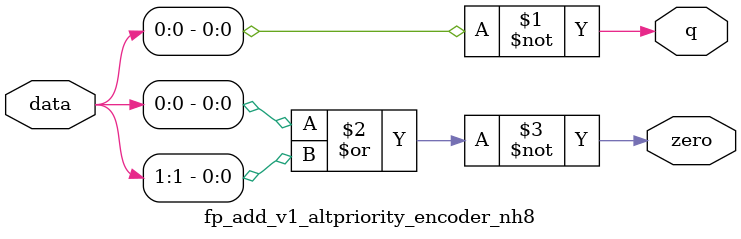
<source format=v>
module  fp_add_v1_altpriority_encoder_nh8
	( 
	data,
	q,
	zero) ;
	input   [1:0]  data;
	output   [0:0]  q;
	output   zero;
	assign
		q = {(~ data[0])},
		zero = (~ (data[0] | data[1]));
endmodule
</source>
